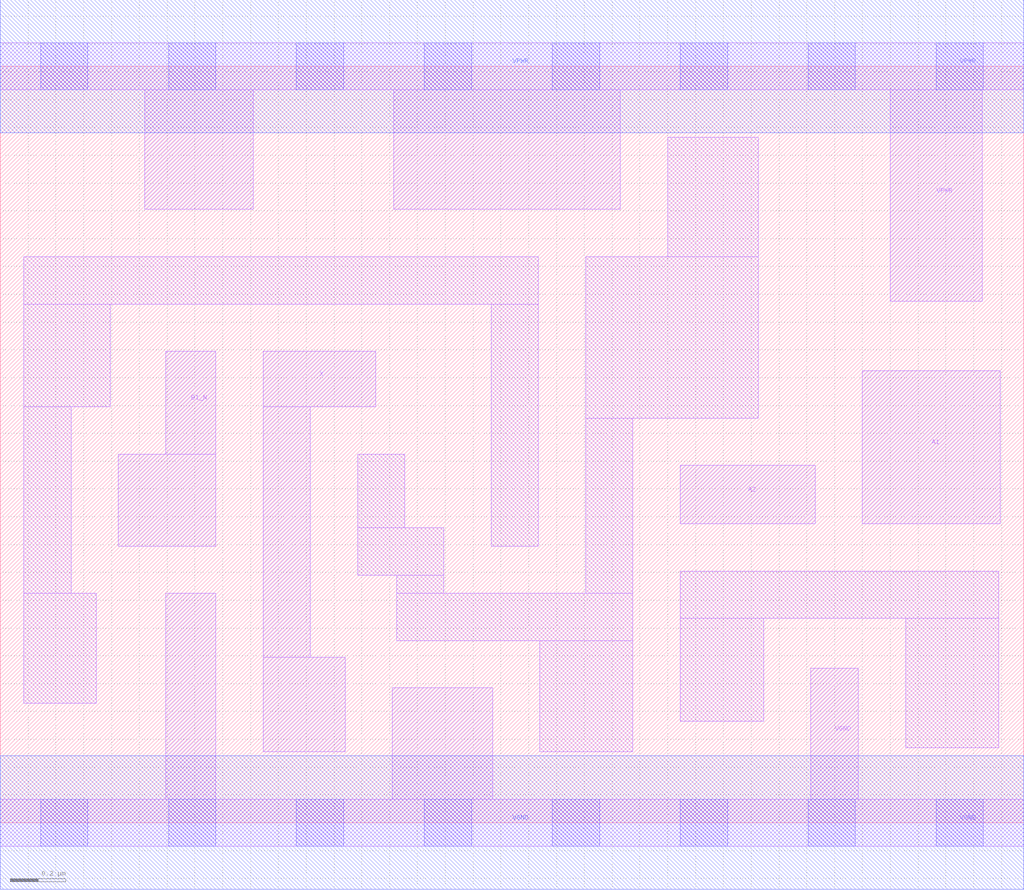
<source format=lef>
# Copyright 2020 The SkyWater PDK Authors
#
# Licensed under the Apache License, Version 2.0 (the "License");
# you may not use this file except in compliance with the License.
# You may obtain a copy of the License at
#
#     https://www.apache.org/licenses/LICENSE-2.0
#
# Unless required by applicable law or agreed to in writing, software
# distributed under the License is distributed on an "AS IS" BASIS,
# WITHOUT WARRANTIES OR CONDITIONS OF ANY KIND, either express or implied.
# See the License for the specific language governing permissions and
# limitations under the License.
#
# SPDX-License-Identifier: Apache-2.0

VERSION 5.7 ;
  NAMESCASESENSITIVE ON ;
  NOWIREEXTENSIONATPIN ON ;
  DIVIDERCHAR "/" ;
  BUSBITCHARS "[]" ;
UNITS
  DATABASE MICRONS 200 ;
END UNITS
MACRO sky130_fd_sc_hd__o21ba_2
  CLASS CORE ;
  SOURCE USER ;
  FOREIGN sky130_fd_sc_hd__o21ba_2 ;
  ORIGIN  0.000000  0.000000 ;
  SIZE  3.680000 BY  2.720000 ;
  SYMMETRY X Y R90 ;
  SITE unithd ;
  PIN A1
    ANTENNAGATEAREA  0.247500 ;
    DIRECTION INPUT ;
    USE SIGNAL ;
    PORT
      LAYER li1 ;
        RECT 3.100000 1.075000 3.595000 1.625000 ;
    END
  END A1
  PIN A2
    ANTENNAGATEAREA  0.247500 ;
    DIRECTION INPUT ;
    USE SIGNAL ;
    PORT
      LAYER li1 ;
        RECT 2.445000 1.075000 2.930000 1.285000 ;
    END
  END A2
  PIN B1_N
    ANTENNAGATEAREA  0.126000 ;
    DIRECTION INPUT ;
    USE SIGNAL ;
    PORT
      LAYER li1 ;
        RECT 0.425000 0.995000 0.775000 1.325000 ;
        RECT 0.595000 1.325000 0.775000 1.695000 ;
    END
  END B1_N
  PIN X
    ANTENNADIFFAREA  0.445500 ;
    DIRECTION OUTPUT ;
    USE SIGNAL ;
    PORT
      LAYER li1 ;
        RECT 0.945000 0.255000 1.240000 0.595000 ;
        RECT 0.945000 0.595000 1.115000 1.495000 ;
        RECT 0.945000 1.495000 1.350000 1.695000 ;
    END
  END X
  PIN VGND
    DIRECTION INOUT ;
    SHAPE ABUTMENT ;
    USE GROUND ;
    PORT
      LAYER li1 ;
        RECT 0.000000 -0.085000 3.680000 0.085000 ;
        RECT 0.595000  0.085000 0.775000 0.825000 ;
        RECT 1.410000  0.085000 1.770000 0.485000 ;
        RECT 2.915000  0.085000 3.085000 0.555000 ;
      LAYER mcon ;
        RECT 0.145000 -0.085000 0.315000 0.085000 ;
        RECT 0.605000 -0.085000 0.775000 0.085000 ;
        RECT 1.065000 -0.085000 1.235000 0.085000 ;
        RECT 1.525000 -0.085000 1.695000 0.085000 ;
        RECT 1.985000 -0.085000 2.155000 0.085000 ;
        RECT 2.445000 -0.085000 2.615000 0.085000 ;
        RECT 2.905000 -0.085000 3.075000 0.085000 ;
        RECT 3.365000 -0.085000 3.535000 0.085000 ;
      LAYER met1 ;
        RECT 0.000000 -0.240000 3.680000 0.240000 ;
    END
  END VGND
  PIN VPWR
    DIRECTION INOUT ;
    SHAPE ABUTMENT ;
    USE POWER ;
    PORT
      LAYER li1 ;
        RECT 0.000000 2.635000 3.680000 2.805000 ;
        RECT 0.520000 2.205000 0.910000 2.635000 ;
        RECT 1.415000 2.205000 2.230000 2.635000 ;
        RECT 3.200000 1.875000 3.530000 2.635000 ;
      LAYER mcon ;
        RECT 0.145000 2.635000 0.315000 2.805000 ;
        RECT 0.605000 2.635000 0.775000 2.805000 ;
        RECT 1.065000 2.635000 1.235000 2.805000 ;
        RECT 1.525000 2.635000 1.695000 2.805000 ;
        RECT 1.985000 2.635000 2.155000 2.805000 ;
        RECT 2.445000 2.635000 2.615000 2.805000 ;
        RECT 2.905000 2.635000 3.075000 2.805000 ;
        RECT 3.365000 2.635000 3.535000 2.805000 ;
      LAYER met1 ;
        RECT 0.000000 2.480000 3.680000 2.960000 ;
    END
  END VPWR
  OBS
    LAYER li1 ;
      RECT 0.085000 0.430000 0.345000 0.825000 ;
      RECT 0.085000 0.825000 0.255000 1.495000 ;
      RECT 0.085000 1.495000 0.395000 1.865000 ;
      RECT 0.085000 1.865000 1.935000 2.035000 ;
      RECT 1.285000 0.890000 1.595000 1.060000 ;
      RECT 1.285000 1.060000 1.455000 1.325000 ;
      RECT 1.425000 0.655000 2.275000 0.825000 ;
      RECT 1.425000 0.825000 1.595000 0.890000 ;
      RECT 1.765000 0.995000 1.935000 1.865000 ;
      RECT 1.940000 0.255000 2.275000 0.655000 ;
      RECT 2.105000 0.825000 2.275000 1.455000 ;
      RECT 2.105000 1.455000 2.725000 2.035000 ;
      RECT 2.400000 2.035000 2.725000 2.465000 ;
      RECT 2.445000 0.365000 2.745000 0.735000 ;
      RECT 2.445000 0.735000 3.590000 0.905000 ;
      RECT 3.255000 0.270000 3.590000 0.735000 ;
  END
END sky130_fd_sc_hd__o21ba_2

</source>
